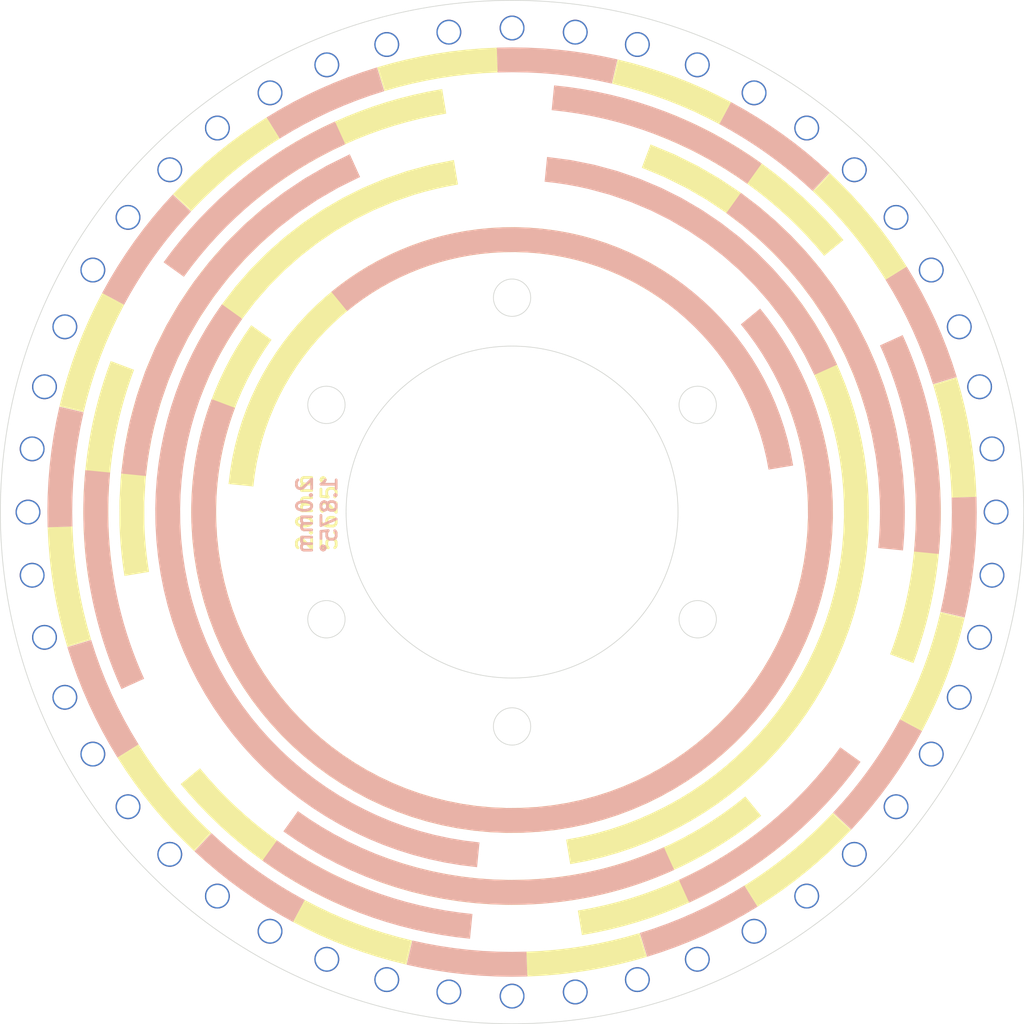
<source format=kicad_pcb>
(kicad_pcb (version 20240108) (generator "pcbnew") (generator_version "8.0")
  (title_block (title "Encoder Wheel 48") (date "${DATE}") (rev "2.1.1") (company "OpenFlap") (comment 1 "${GIT_TAG}") (comment 2 "Repo: github.com/ToonVanEyck/OpenFlap") (comment 3 "Designer: Toon Van Eyck"))
  (layers (0 "F.Cu" signal) (31 "B.Cu" signal) (34 "B.Paste" user) (35 "F.Paste" user) (36 "B.SilkS" user "B.Silkscreen") (37 "F.SilkS" user "F.Silkscreen") (38 "B.Mask" user) (39 "F.Mask" user) (44 "Edge.Cuts" user))
  (net 0 "")
  (footprint "EncoderPattern:OpenFlapEncoderPattern48_2.0mm" (layer "F.Cu") (at 101 100 1.875)
    (property "Reference" "ENC1" (hide yes))
    (property "Value" "OpenFlapEncoderPattern48_2.0mm" (hide yes))
  )
  (footprint "EncoderPattern:OpenFlapEncoderPattern48_2.0mm" (layer "B.Cu") (at 101 100 -178.125)
    (property "Reference" "ENC2" (hide yes))
    (property "Value" "OpenFlapEncoderPattern48_2.0mm" (hide yes))
  )
  (gr_circle (center 87.576606 107.75) (end 88.926606 107.75) (stroke (width 0.05)) (fill none) (layer "Edge.Cuts"))
  (gr_circle (center 101 100) (end 113 100) (stroke (width 0.05)) (fill none) (layer "Edge.Cuts"))
  (gr_circle (center 101 84.5) (end 102.35 84.5) (stroke (width 0.05)) (fill none) (layer "Edge.Cuts"))
  (gr_circle (center 114.423394 92.25) (end 115.773394 92.25) (stroke (width 0.05)) (fill none) (layer "Edge.Cuts"))
  (gr_circle (center 87.576606 92.25) (end 88.926606 92.25) (stroke (width 0.05)) (fill none) (layer "Edge.Cuts"))
  (gr_circle (center 101 100) (end 138 100) (stroke (width 0.05)) (fill none) (layer "Edge.Cuts"))
  (gr_circle (center 114.423394 107.75) (end 115.773394 107.75) (stroke (width 0.05)) (fill none) (layer "Edge.Cuts"))
  (gr_circle (center 101 115.5) (end 102.35 115.5) (stroke (width 0.05)) (fill none) (layer "Edge.Cuts"))
  (gr_text "2.0mm \n1.875°" (at 88.427 97.333 90) (layer "B.SilkS") (effects (font (size 1.1 1.1) (thickness 0.2) (bold yes)) (justify left bottom mirror)))
  (gr_text "2.0mm \n5.625°" (at 88.427 102.921 90) (layer "F.SilkS") (effects (font (size 1.1 1.1) (thickness 0.2) (bold yes)) (justify left bottom)))
  (via (at 118.5 130.310889) (size 1.8) (drill 1.6) (layers "F.Cu" "B.Cu") (net 0))
  (via (at 105.568417 134.70057) (size 1.8) (drill 1.6) (layers "F.Cu" "B.Cu") (net 0))
  (via (at 83.5 69.689111) (size 1.8) (drill 1.6) (layers "F.Cu" "B.Cu") (net 0))
  (via (at 83.5 130.310889) (size 1.8) (drill 1.6) (layers "F.Cu" "B.Cu") (net 0))
  (via (at 110.058667 133.807404) (size 1.8) (drill 1.6) (layers "F.Cu" "B.Cu") (net 0))
  (via (at 87.60608 132.335784) (size 1.8) (drill 1.6) (layers "F.Cu" "B.Cu") (net 0))
  (via (at 134.807404 90.941333) (size 1.8) (drill 1.6) (layers "F.Cu" "B.Cu") (net 0))
  (via (at 125.748737 75.251263) (size 1.8) (drill 1.6) (layers "F.Cu" "B.Cu") (net 0))
  (via (at 96.431583 65.29943) (size 1.8) (drill 1.6) (layers "F.Cu" "B.Cu") (net 0))
  (via (at 114.39392 67.664216) (size 1.8) (drill 1.6) (layers "F.Cu" "B.Cu") (net 0))
  (via (at 91.941333 133.807404) (size 1.8) (drill 1.6) (layers "F.Cu" "B.Cu") (net 0))
  (via (at 110.058667 66.192596) (size 1.8) (drill 1.6) (layers "F.Cu" "B.Cu") (net 0))
  (via (at 105.568417 65.29943) (size 1.8) (drill 1.6) (layers "F.Cu" "B.Cu") (net 0))
  (via (at 131.310889 82.5) (size 1.8) (drill 1.6) (layers "F.Cu" "B.Cu") (net 0))
  (via (at 128.767367 78.69335) (size 1.8) (drill 1.6) (layers "F.Cu" "B.Cu") (net 0))
  (via (at 114.39392 132.335784) (size 1.8) (drill 1.6) (layers "F.Cu" "B.Cu") (net 0))
  (via (at 79.69335 127.767367) (size 1.8) (drill 1.6) (layers "F.Cu" "B.Cu") (net 0))
  (via (at 68.664216 86.60608) (size 1.8) (drill 1.6) (layers "F.Cu" "B.Cu") (net 0))
  (via (at 68.664216 113.39392) (size 1.8) (drill 1.6) (layers "F.Cu" "B.Cu") (net 0))
  (via (at 134.807404 109.058667) (size 1.8) (drill 1.6) (layers "F.Cu" "B.Cu") (net 0))
  (via (at 101 135) (size 1.8) (drill 1.6) (layers "F.Cu" "B.Cu") (net 0))
  (via (at 79.69335 72.232633) (size 1.8) (drill 1.6) (layers "F.Cu" "B.Cu") (net 0))
  (via (at 118.5 69.689111) (size 1.8) (drill 1.6) (layers "F.Cu" "B.Cu") (net 0))
  (via (at 96.431583 134.70057) (size 1.8) (drill 1.6) (layers "F.Cu" "B.Cu") (net 0))
  (via (at 101 65) (size 1.8) (drill 1.6) (layers "F.Cu" "B.Cu") (net 0))
  (via (at 136 100) (size 1.8) (drill 1.6) (layers "F.Cu" "B.Cu") (net 0))
  (via (at 135.70057 95.431583) (size 1.8) (drill 1.6) (layers "F.Cu" "B.Cu") (net 0))
  (via (at 133.335784 113.39392) (size 1.8) (drill 1.6) (layers "F.Cu" "B.Cu") (net 0))
  (via (at 67.192596 90.941333) (size 1.8) (drill 1.6) (layers "F.Cu" "B.Cu") (net 0))
  (via (at 70.689111 82.5) (size 1.8) (drill 1.6) (layers "F.Cu" "B.Cu") (net 0))
  (via (at 67.192596 109.058667) (size 1.8) (drill 1.6) (layers "F.Cu" "B.Cu") (net 0))
  (via (at 70.689111 117.5) (size 1.8) (drill 1.6) (layers "F.Cu" "B.Cu") (net 0))
  (via (at 133.335784 86.60608) (size 1.8) (drill 1.6) (layers "F.Cu" "B.Cu") (net 0))
  (via (at 87.60608 67.664216) (size 1.8) (drill 1.6) (layers "F.Cu" "B.Cu") (net 0))
  (via (at 122.30665 72.232633) (size 1.8) (drill 1.6) (layers "F.Cu" "B.Cu") (net 0))
  (via (at 73.232633 121.30665) (size 1.8) (drill 1.6) (layers "F.Cu" "B.Cu") (net 0))
  (via (at 125.748737 124.748737) (size 1.8) (drill 1.6) (layers "F.Cu" "B.Cu") (net 0))
  (via (at 66.29943 104.568417) (size 1.8) (drill 1.6) (layers "F.Cu" "B.Cu") (net 0))
  (via (at 122.30665 127.767367) (size 1.8) (drill 1.6) (layers "F.Cu" "B.Cu") (net 0))
  (via (at 91.941333 66.192596) (size 1.8) (drill 1.6) (layers "F.Cu" "B.Cu") (net 0))
  (via (at 73.232633 78.69335) (size 1.8) (drill 1.6) (layers "F.Cu" "B.Cu") (net 0))
  (via (at 128.767367 121.30665) (size 1.8) (drill 1.6) (layers "F.Cu" "B.Cu") (net 0))
  (via (at 66.29943 95.431583) (size 1.8) (drill 1.6) (layers "F.Cu" "B.Cu") (net 0))
  (via (at 76.251263 75.251263) (size 1.8) (drill 1.6) (layers "F.Cu" "B.Cu") (net 0))
  (via (at 66 100) (size 1.8) (drill 1.6) (layers "F.Cu" "B.Cu") (net 0))
  (via (at 135.70057 104.568417) (size 1.8) (drill 1.6) (layers "F.Cu" "B.Cu") (net 0))
  (via (at 131.310889 117.5) (size 1.8) (drill 1.6) (layers "F.Cu" "B.Cu") (net 0))
  (via (at 76.251263 124.748737) (size 1.8) (drill 1.6) (layers "F.Cu" "B.Cu") (net 0))
)
</source>
